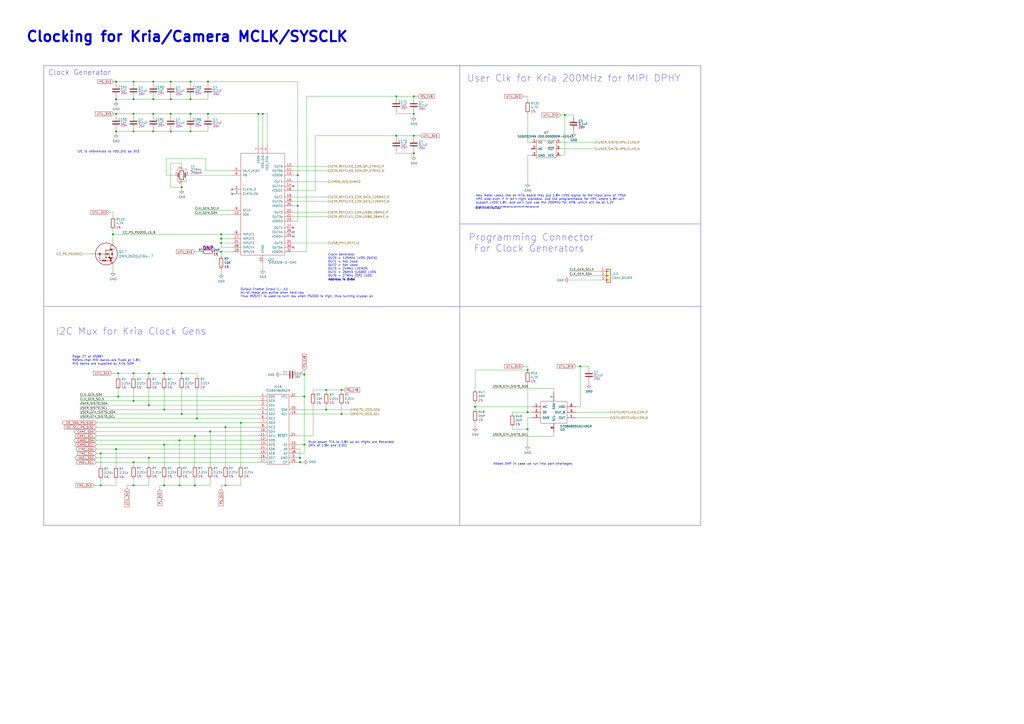
<source format=kicad_sch>
(kicad_sch (version 20230121) (generator eeschema)
  (paper "A2")
  (title_block (title "Top Sheet") (date "2023-12-21") (rev "1.00") (company "ApotheoTech LLC") (comment 1 "SCH: APT-KRIA-FMC") (comment 2 "Author: Chance Reimer"))
  (junction (at 77.47 66.04))
  (junction (at 240.03 55.88))
  (junction (at 67.31 47.371))
  (junction (at 198.12 226.187))
  (junction (at 128.27 138.43))
  (junction (at 240.03 88.9))
  (junction (at 306.07 248.92))
  (junction (at 67.31 260.477))
  (junction (at 105.41 108.585))
  (junction (at 99.06 66.04))
  (junction (at 67.31 66.04))
  (junction (at 130.81 247.777))
  (junction (at 77.47 232.537))
  (junction (at 336.55 212.471))
  (junction (at 86.36 216.535))
  (junction (at 58.42 263.017))
  (junction (at 128.27 140.97))
  (junction (at 86.36 265.557))
  (junction (at 229.87 55.88))
  (junction (at 95.25 237.617))
  (junction (at 104.14 255.397))
  (junction (at 77.47 216.535))
  (junction (at 149.86 66.04))
  (junction (at 95.25 281.559))
  (junction (at 172.72 101.6))
  (junction (at 77.47 281.559))
  (junction (at 68.58 229.997))
  (junction (at 99.06 47.371))
  (junction (at 77.47 47.371))
  (junction (at 110.49 57.531))
  (junction (at 189.23 226.187))
  (junction (at 99.06 76.2))
  (junction (at 172.72 119.38))
  (junction (at 105.41 216.535))
  (junction (at 176.53 257.937))
  (junction (at 104.14 281.559))
  (junction (at 77.47 268.097))
  (junction (at 121.92 250.317))
  (junction (at 152.4 66.04))
  (junction (at 68.58 216.535))
  (junction (at 67.31 57.531))
  (junction (at 58.42 281.559))
  (junction (at 139.7 245.237))
  (junction (at 173.99 268.097))
  (junction (at 110.49 76.2))
  (junction (at 113.03 252.857))
  (junction (at 120.65 66.04))
  (junction (at 128.27 146.05))
  (junction (at 173.99 265.557))
  (junction (at 110.49 47.371))
  (junction (at 67.31 76.2))
  (junction (at 88.9 47.371))
  (junction (at 114.3 242.697))
  (junction (at 306.07 214.63))
  (junction (at 306.07 239.141))
  (junction (at 120.65 47.371))
  (junction (at 88.9 76.2))
  (junction (at 65.532 135.89))
  (junction (at 128.27 135.89))
  (junction (at 327.66 66.675))
  (junction (at 240.03 78.74))
  (junction (at 275.59 235.966))
  (junction (at 99.06 57.531))
  (junction (at 95.25 216.535))
  (junction (at 95.25 257.937))
  (junction (at 77.47 57.531))
  (junction (at 198.12 240.157))
  (junction (at 110.49 66.04))
  (junction (at 189.23 237.617))
  (junction (at 113.03 281.559))
  (junction (at 229.87 78.74))
  (junction (at 176.53 229.997))
  (junction (at 88.9 57.531))
  (junction (at 176.53 217.297))
  (junction (at 130.81 281.559))
  (junction (at 88.9 66.04))
  (junction (at 77.47 76.2))
  (junction (at 240.03 66.04))
  (junction (at 86.36 235.077))
  (junction (at 105.41 240.157))
  (no_connect (at 134.62 109.855))
  (no_connect (at 170.18 134.62))
  (no_connect (at 308.61 86.36))
  (no_connect (at 170.18 143.51))
  (no_connect (at 170.18 137.16))
  (no_connect (at 170.18 132.08))
  (no_connect (at 170.18 107.95))
  (no_connect (at 134.62 112.395))
  (wire (pts (xy 176.53 217.297) (xy 176.53 229.997)))
  (polyline (pts (xy 266.7 304.8) (xy 266.7 38.1)))
  (wire (pts (xy 198.12 240.157) (xy 198.12 235.077)))
  (wire (pts (xy 334.01 242.316) (xy 354.33 242.316)))
  (wire (pts (xy 306.07 239.141) (xy 306.07 222.631)))
  (wire (pts (xy 173.99 265.557) (xy 173.99 268.097)))
  (wire (pts (xy 65.532 123.19) (xy 63.5 123.19)))
  (wire (pts (xy 73.66 281.559) (xy 73.66 283.21)))
  (wire (pts (xy 149.86 66.04) (xy 152.4 66.04)))
  (wire (pts (xy 229.87 80.01) (xy 229.87 78.74)))
  (wire (pts (xy 172.72 257.937) (xy 176.53 257.937)))
  (wire (pts (xy 243.84 78.74) (xy 240.03 78.74)))
  (wire (pts (xy 113.03 281.559) (xy 113.03 277.749)))
  (wire (pts (xy 172.72 119.38) (xy 172.72 128.27)))
  (wire (pts (xy 327.66 90.17) (xy 327.66 66.675)))
  (wire (pts (xy 99.06 66.04) (xy 110.49 66.04)))
  (wire (pts (xy 99.06 66.04) (xy 99.06 67.31)))
  (wire (pts (xy 67.31 76.2) (xy 77.47 76.2)))
  (wire (pts (xy 68.58 216.535) (xy 77.47 216.535)))
  (wire (pts (xy 308.61 242.316) (xy 306.07 242.316)))
  (wire (pts (xy 229.87 66.04) (xy 240.03 66.04)))
  (wire (pts (xy 95.25 281.559) (xy 104.14 281.559)))
  (wire (pts (xy 67.31 57.531) (xy 67.31 58.801)))
  (wire (pts (xy 120.65 47.371) (xy 120.65 48.641)))
  (wire (pts (xy 105.41 94.615) (xy 99.06 94.615)))
  (wire (pts (xy 229.87 55.88) (xy 229.87 57.15)))
  (wire (pts (xy 240.03 80.01) (xy 240.03 78.74)))
  (wire (pts (xy 170.18 140.97) (xy 190.5 140.97)))
  (wire (pts (xy 347.853 162.433) (xy 330.327 162.433)))
  (wire (pts (xy 134.62 146.05) (xy 128.27 146.05)))
  (wire (pts (xy 110.49 47.371) (xy 110.49 48.641)))
  (wire (pts (xy 177.8 55.88) (xy 229.87 55.88)))
  (wire (pts (xy 181.61 227.457) (xy 181.61 226.187)))
  (wire (pts (xy 99.06 108.585) (xy 105.41 108.585)))
  (wire (pts (xy 240.03 55.88) (xy 242.57 55.88)))
  (wire (pts (xy 86.36 216.535) (xy 86.36 218.567)))
  (wire (pts (xy 77.47 66.04) (xy 88.9 66.04)))
  (wire (pts (xy 176.53 263.017) (xy 176.53 257.937)))
  (wire (pts (xy 55.88 255.397) (xy 104.14 255.397)))
  (wire (pts (xy 86.36 216.535) (xy 95.25 216.535)))
  (wire (pts (xy 336.55 212.471) (xy 334.01 212.471)))
  (wire (pts (xy 95.25 216.535) (xy 95.25 218.567)))
  (wire (pts (xy 347.853 157.353) (xy 330.327 157.353)))
  (wire (pts (xy 297.18 239.141) (xy 297.18 240.03)))
  (wire (pts (xy 110.49 57.531) (xy 120.65 57.531)))
  (wire (pts (xy 86.36 270.129) (xy 86.36 265.557)))
  (wire (pts (xy 176.53 257.937) (xy 176.53 229.997)))
  (wire (pts (xy 306.07 58.42) (xy 306.07 55.88)))
  (wire (pts (xy 275.59 214.63) (xy 275.59 226.06)))
  (wire (pts (xy 105.41 240.157) (xy 149.86 240.157)))
  (wire (pts (xy 99.06 57.531) (xy 110.49 57.531)))
  (wire (pts (xy 172.72 229.997) (xy 176.53 229.997)))
  (wire (pts (xy 198.12 227.457) (xy 198.12 226.187)))
  (wire (pts (xy 99.06 47.371) (xy 110.49 47.371)))
  (polyline (pts (xy 406.4 38.1) (xy 406.4 304.8)))
  (wire (pts (xy 77.47 66.04) (xy 77.47 67.31)))
  (wire (pts (xy 172.72 260.477) (xy 173.99 260.477)))
  (wire (pts (xy 77.47 270.129) (xy 77.47 268.097)))
  (wire (pts (xy 176.53 214.757) (xy 176.53 217.297)))
  (wire (pts (xy 95.25 226.187) (xy 95.25 237.617)))
  (wire (pts (xy 139.7 245.237) (xy 139.7 270.129)))
  (wire (pts (xy 110.49 57.531) (xy 110.49 56.261)))
  (wire (pts (xy 65.532 123.19) (xy 65.532 125.73)))
  (wire (pts (xy 336.55 235.966) (xy 336.55 212.471)))
  (wire (pts (xy 325.12 86.36) (xy 345.44 86.36)))
  (wire (pts (xy 275.59 237.49) (xy 275.59 235.966)))
  (wire (pts (xy 95.25 270.129) (xy 95.25 257.937)))
  (wire (pts (xy 173.99 260.477) (xy 173.99 265.557)))
  (wire (pts (xy 172.72 268.097) (xy 173.99 268.097)))
  (wire (pts (xy 172.72 101.6) (xy 172.72 119.38)))
  (wire (pts (xy 240.03 66.04) (xy 240.03 67.437)))
  (wire (pts (xy 308.61 239.141) (xy 306.07 239.141)))
  (wire (pts (xy 170.18 125.73) (xy 190.5 125.73)))
  (wire (pts (xy 86.36 277.749) (xy 86.36 281.559)))
  (wire (pts (xy 134.62 138.43) (xy 128.27 138.43)))
  (wire (pts (xy 88.9 66.04) (xy 88.9 67.31)))
  (wire (pts (xy 130.81 247.777) (xy 149.86 247.777)))
  (wire (pts (xy 88.9 66.04) (xy 99.06 66.04)))
  (wire (pts (xy 104.14 281.559) (xy 113.03 281.559)))
  (polyline (pts (xy 25.4 304.8) (xy 406.4 304.8)))
  (wire (pts (xy 86.36 265.557) (xy 149.86 265.557)))
  (wire (pts (xy 198.12 240.157) (xy 203.2 240.157)))
  (wire (pts (xy 172.72 263.017) (xy 176.53 263.017)))
  (wire (pts (xy 113.03 252.857) (xy 149.86 252.857)))
  (wire (pts (xy 58.42 263.017) (xy 149.86 263.017)))
  (wire (pts (xy 88.9 47.371) (xy 99.06 47.371)))
  (wire (pts (xy 170.18 96.52) (xy 190.5 96.52)))
  (wire (pts (xy 128.27 156.21) (xy 128.27 158.75)))
  (wire (pts (xy 77.47 281.559) (xy 73.66 281.559)))
  (wire (pts (xy 170.18 101.6) (xy 172.72 101.6)))
  (wire (pts (xy 170.18 123.19) (xy 190.5 123.19)))
  (wire (pts (xy 65.532 154.94) (xy 65.532 157.48)))
  (wire (pts (xy 347.853 159.893) (xy 330.327 159.893)))
  (wire (pts (xy 134.62 121.92) (xy 113.03 121.92)))
  (wire (pts (xy 99.06 57.531) (xy 99.06 56.261)))
  (wire (pts (xy 67.31 270.51) (xy 67.31 260.477)))
  (wire (pts (xy 172.72 265.557) (xy 173.99 265.557)))
  (wire (pts (xy 306.07 82.55) (xy 306.07 66.04)))
  (wire (pts (xy 170.18 105.41) (xy 190.5 105.41)))
  (wire (pts (xy 110.49 76.2) (xy 120.65 76.2)))
  (wire (pts (xy 67.31 260.477) (xy 149.86 260.477)))
  (wire (pts (xy 130.81 270.129) (xy 130.81 247.777)))
  (wire (pts (xy 95.25 237.617) (xy 149.86 237.617)))
  (wire (pts (xy 181.61 226.187) (xy 189.23 226.187)))
  (wire (pts (xy 170.18 99.06) (xy 190.5 99.06)))
  (wire (pts (xy 172.72 128.27) (xy 170.18 128.27)))
  (wire (pts (xy 46.355 232.537) (xy 77.47 232.537)))
  (wire (pts (xy 170.18 114.3) (xy 190.5 114.3)))
  (wire (pts (xy 119.38 99.06) (xy 134.62 99.06)))
  (wire (pts (xy 128.27 138.43) (xy 128.27 135.89)))
  (wire (pts (xy 229.87 55.88) (xy 240.03 55.88)))
  (wire (pts (xy 114.3 216.535) (xy 114.3 218.44)))
  (wire (pts (xy 240.03 88.9) (xy 240.03 90.297)))
  (wire (pts (xy 67.31 56.261) (xy 67.31 57.531)))
  (wire (pts (xy 128.27 146.05) (xy 128.27 148.59)))
  (wire (pts (xy 128.27 140.97) (xy 128.27 143.51)))
  (wire (pts (xy 88.9 47.371) (xy 88.9 48.641)))
  (wire (pts (xy 121.92 250.317) (xy 121.92 270.129)))
  (wire (pts (xy 306.07 212.471) (xy 303.53 212.471)))
  (wire (pts (xy 55.88 247.777) (xy 130.81 247.777)))
  (wire (pts (xy 182.88 110.49) (xy 170.18 110.49)))
  (wire (pts (xy 121.92 281.559) (xy 121.92 277.749)))
  (wire (pts (xy 114.3 226.06) (xy 114.3 242.697)))
  (wire (pts (xy 182.88 78.74) (xy 182.88 110.49)))
  (wire (pts (xy 128.27 138.43) (xy 128.27 140.97)))
  (wire (pts (xy 128.27 281.559) (xy 128.27 284.099)))
  (wire (pts (xy 119.38 92.075) (xy 96.52 92.075)))
  (wire (pts (xy 325.12 82.55) (xy 345.44 82.55)))
  (wire (pts (xy 55.88 257.937) (xy 95.25 257.937)))
  (wire (pts (xy 95.25 257.937) (xy 149.86 257.937)))
  (wire (pts (xy 170.18 146.05) (xy 177.8 146.05)))
  (wire (pts (xy 120.65 66.04) (xy 120.65 67.31)))
  (wire (pts (xy 58.42 281.559) (xy 67.31 281.559)))
  (wire (pts (xy 285.75 253.111) (xy 321.31 253.111)))
  (wire (pts (xy 104.14 281.559) (xy 104.14 277.749)))
  (wire (pts (xy 86.36 226.187) (xy 86.36 235.077)))
  (wire (pts (xy 88.9 76.2) (xy 88.9 74.93)))
  (wire (pts (xy 58.42 270.51) (xy 58.42 263.017)))
  (wire (pts (xy 172.72 47.371) (xy 172.72 101.6)))
  (wire (pts (xy 120.65 76.2) (xy 120.65 74.93)))
  (wire (pts (xy 130.81 281.559) (xy 128.27 281.559)))
  (wire (pts (xy 181.61 235.077) (xy 181.61 252.857)))
  (wire (pts (xy 113.03 281.559) (xy 121.92 281.559)))
  (wire (pts (xy 154.94 66.04) (xy 152.4 66.04)))
  (wire (pts (xy 67.31 57.531) (xy 77.47 57.531)))
  (wire (pts (xy 65.532 135.89) (xy 65.532 139.7)))
  (wire (pts (xy 240.03 66.04) (xy 240.03 64.77)))
  (wire (pts (xy 99.06 47.371) (xy 99.06 48.641)))
  (wire (pts (xy 116.84 146.05) (xy 113.03 146.05)))
  (wire (pts (xy 306.07 55.88) (xy 303.53 55.88)))
  (wire (pts (xy 165.1 217.297) (xy 162.56 217.297)))
  (wire (pts (xy 46.355 229.997) (xy 68.58 229.997)))
  (wire (pts (xy 149.86 83.82) (xy 149.86 66.04)))
  (wire (pts (xy 130.81 281.559) (xy 130.81 277.749)))
  (wire (pts (xy 55.88 252.857) (xy 113.03 252.857)))
  (wire (pts (xy 66.04 47.371) (xy 67.31 47.371)))
  (wire (pts (xy 65.532 135.89) (xy 128.27 135.89)))
  (wire (pts (xy 77.47 76.2) (xy 77.47 74.93)))
  (wire (pts (xy 54.61 281.559) (xy 58.42 281.559)))
  (wire (pts (xy 67.31 67.31) (xy 67.31 66.04)))
  (wire (pts (xy 68.58 218.567) (xy 68.58 216.535)))
  (wire (pts (xy 130.81 281.559) (xy 139.7 281.559)))
  (wire (pts (xy 55.88 245.237) (xy 139.7 245.237)))
  (wire (pts (xy 321.31 227.711) (xy 321.31 225.171)))
  (wire (pts (xy 306.07 239.141) (xy 297.18 239.141)))
  (wire (pts (xy 114.3 242.697) (xy 149.86 242.697)))
  (wire (pts (xy 177.8 55.88) (xy 177.8 146.05)))
  (wire (pts (xy 306.07 214.63) (xy 306.07 212.471)))
  (wire (pts (xy 67.31 76.2) (xy 67.31 77.47)))
  (wire (pts (xy 336.55 212.471) (xy 341.63 212.471)))
  (wire (pts (xy 308.61 82.55) (xy 306.07 82.55)))
  (wire (pts (xy 55.88 250.317) (xy 121.92 250.317)))
  (wire (pts (xy 325.12 90.17) (xy 327.66 90.17)))
  (wire (pts (xy 110.49 47.371) (xy 120.65 47.371)))
  (wire (pts (xy 327.66 66.675) (xy 332.74 66.675)))
  (wire (pts (xy 172.72 252.857) (xy 181.61 252.857)))
  (wire (pts (xy 152.4 83.82) (xy 152.4 66.04)))
  (wire (pts (xy 306.07 215.011) (xy 306.07 214.63)))
  (wire (pts (xy 99.06 76.2) (xy 99.06 74.93)))
  (wire (pts (xy 95.25 216.535) (xy 105.41 216.535)))
  (wire (pts (xy 128.27 135.89) (xy 134.62 135.89)))
  (wire (pts (xy 95.25 281.559) (xy 95.25 277.749)))
  (wire (pts (xy 121.92 250.317) (xy 149.86 250.317)))
  (wire (pts (xy 327.66 66.675) (xy 325.12 66.675)))
  (wire (pts (xy 68.58 226.187) (xy 68.58 229.997)))
  (polyline (pts (xy 25.4 38.1) (xy 406.4 38.1)))
  (wire (pts (xy 297.18 248.92) (xy 306.07 248.92)))
  (wire (pts (xy 334.01 239.141) (xy 354.33 239.141)))
  (wire (pts (xy 64.897 216.535) (xy 68.58 216.535)))
  (wire (pts (xy 99.06 76.2) (xy 110.49 76.2)))
  (wire (pts (xy 334.01 235.966) (xy 336.55 235.966)))
  (wire (pts (xy 240.03 88.9) (xy 240.03 87.63)))
  (wire (pts (xy 229.87 66.04) (xy 229.87 64.77)))
  (wire (pts (xy 46.355 237.617) (xy 95.25 237.617)))
  (wire (pts (xy 172.72 240.157) (xy 198.12 240.157)))
  (wire (pts (xy 170.18 119.38) (xy 172.72 119.38)))
  (wire (pts (xy 88.9 57.531) (xy 99.06 57.531)))
  (wire (pts (xy 297.18 247.65) (xy 297.18 248.92)))
  (wire (pts (xy 321.31 250.571) (xy 321.31 253.111)))
  (wire (pts (xy 46.355 240.157) (xy 105.41 240.157)))
  (wire (pts (xy 189.23 226.187) (xy 198.12 226.187)))
  (wire (pts (xy 240.03 55.88) (xy 240.03 57.15)))
  (wire (pts (xy 198.12 226.187) (xy 199.39 226.187)))
  (wire (pts (xy 229.87 78.74) (xy 182.88 78.74)))
  (wire (pts (xy 229.87 88.9) (xy 229.87 87.63)))
  (wire (pts (xy 77.47 216.535) (xy 77.47 218.567)))
  (wire (pts (xy 306.07 214.63) (xy 275.59 214.63)))
  (wire (pts (xy 113.03 270.129) (xy 113.03 252.857)))
  (wire (pts (xy 172.72 217.297) (xy 176.53 217.297)))
  (wire (pts (xy 55.88 263.017) (xy 58.42 263.017)))
  (wire (pts (xy 67.31 66.04) (xy 77.47 66.04)))
  (wire (pts (xy 306.07 248.92) (xy 306.07 258.191)))
  (wire (pts (xy 77.47 47.371) (xy 77.47 48.641)))
  (wire (pts (xy 105.41 226.06) (xy 105.41 240.157)))
  (wire (pts (xy 139.7 281.559) (xy 139.7 277.749)))
  (wire (pts (xy 120.65 47.371) (xy 172.72 47.371)))
  (wire (pts (xy 110.49 76.2) (xy 110.49 74.93)))
  (wire (pts (xy 77.47 277.749) (xy 77.47 281.559)))
  (wire (pts (xy 275.59 235.966) (xy 275.59 233.68)))
  (wire (pts (xy 189.23 227.457) (xy 189.23 226.187)))
  (wire (pts (xy 92.71 281.559) (xy 92.71 284.226)))
  (wire (pts (xy 65.532 135.89) (xy 65.532 133.35)))
  (polyline (pts (xy 266.573 129.921) (xy 406.4 129.921)))
  (wire (pts (xy 77.47 232.537) (xy 149.86 232.537)))
  (wire (pts (xy 68.58 229.997) (xy 149.86 229.997)))
  (wire (pts (xy 67.31 66.04) (xy 66.04 66.04)))
  (wire (pts (xy 120.65 66.04) (xy 149.86 66.04)))
  (wire (pts (xy 77.47 76.2) (xy 88.9 76.2)))
  (wire (pts (xy 152.4 153.035) (xy 152.4 156.21)))
  (wire (pts (xy 128.27 143.51) (xy 134.62 143.51)))
  (wire (pts (xy 134.62 140.97) (xy 128.27 140.97)))
  (wire (pts (xy 99.06 94.615) (xy 99.06 108.585)))
  (wire (pts (xy 154.94 83.82) (xy 154.94 66.04)))
  (wire (pts (xy 47.752 147.32) (xy 52.832 147.32)))
  (wire (pts (xy 96.52 101.6) (xy 101.6 101.6)))
  (wire (pts (xy 139.7 245.237) (xy 149.86 245.237)))
  (wire (pts (xy 67.31 278.13) (xy 67.31 281.559)))
  (wire (pts (xy 119.38 92.075) (xy 119.38 99.06)))
  (wire (pts (xy 77.47 57.531) (xy 88.9 57.531)))
  (polyline (pts (xy 25.4 177.8) (xy 406.4 177.8)))
  (wire (pts (xy 109.22 101.6) (xy 134.62 101.6)))
  (wire (pts (xy 306.07 242.316) (xy 306.07 248.92)))
  (wire (pts (xy 86.36 281.559) (xy 77.47 281.559)))
  (wire (pts (xy 308.61 90.17) (xy 306.07 90.17)))
  (wire (pts (xy 105.41 216.535) (xy 114.3 216.535)))
  (wire (pts (xy 332.74 75.565) (xy 332.74 76.835)))
  (wire (pts (xy 189.23 237.617) (xy 189.23 235.077)))
  (wire (pts (xy 173.99 268.097) (xy 175.895 268.097)))
  (wire (pts (xy 67.31 74.93) (xy 67.31 76.2)))
  (wire (pts (xy 67.31 48.641) (xy 67.31 47.371)))
  (wire (pts (xy 55.88 265.557) (xy 86.36 265.557)))
  (wire (pts (xy 55.88 268.097) (xy 77.47 268.097)))
  (wire (pts (xy 110.49 66.04) (xy 110.49 67.31)))
  (wire (pts (xy 77.47 47.371) (xy 88.9 47.371)))
  (wire (pts (xy 120.65 57.531) (xy 120.65 56.261)))
  (wire (pts (xy 229.87 88.9) (xy 240.03 88.9)))
  (wire (pts (xy 104.14 255.397) (xy 149.86 255.397)))
  (wire (pts (xy 104.14 270.129) (xy 104.14 255.397)))
  (wire (pts (xy 77.47 216.535) (xy 86.36 216.535)))
  (wire (pts (xy 55.88 260.477) (xy 67.31 260.477)))
  (wire (pts (xy 46.355 235.077) (xy 86.36 235.077)))
  (polyline (pts (xy 25.4 38.1) (xy 25.4 304.8)))
  (wire (pts (xy 46.355 242.697) (xy 114.3 242.697)))
  (wire (pts (xy 275.59 235.966) (xy 308.61 235.966)))
  (wire (pts (xy 86.36 235.077) (xy 149.86 235.077)))
  (wire (pts (xy 170.18 116.84) (xy 190.5 116.84)))
  (wire (pts (xy 105.41 108.585) (xy 105.41 106.68)))
  (wire (pts (xy 77.47 226.187) (xy 77.47 232.537)))
  (wire (pts (xy 240.03 78.74) (xy 229.87 78.74)))
  (wire (pts (xy 128.27 146.05) (xy 124.46 146.05)))
  (wire (pts (xy 67.31 47.371) (xy 77.47 47.371)))
  (wire (pts (xy 172.72 237.617) (xy 189.23 237.617)))
  (wire (pts (xy 58.42 278.13) (xy 58.42 281.559)))
  (wire (pts (xy 306.07 90.17) (xy 306.07 106.045)))
  (wire (pts (xy 95.25 281.559) (xy 92.71 281.559)))
  (wire (pts (xy 77.47 57.531) (xy 77.47 56.261)))
  (wire (pts (xy 105.41 109.855) (xy 105.41 108.585)))
  (wire (pts (xy 96.52 92.075) (xy 96.52 101.6)))
  (wire (pts (xy 77.47 268.097) (xy 149.86 268.097)))
  (wire (pts (xy 88.9 76.2) (xy 99.06 76.2)))
  (wire (pts (xy 275.59 245.11) (xy 275.59 247.65)))
  (wire (pts (xy 341.63 212.471) (xy 341.63 213.741)))
  (wire (pts (xy 105.41 96.52) (xy 105.41 94.615)))
  (wire (pts (xy 88.9 57.531) (xy 88.9 56.261)))
  (wire (pts (xy 285.75 225.171) (xy 321.31 225.171)))
  (wire (pts (xy 105.41 216.535) (xy 105.41 218.44)))
  (wire (pts (xy 110.49 66.04) (xy 120.65 66.04)))
  (wire (pts (xy 341.63 221.361) (xy 341.63 222.631)))
  (wire (pts (xy 189.23 237.617) (xy 203.2 237.617)))
  (wire (pts (xy 332.74 66.675) (xy 332.74 67.945)))
  (wire (pts (xy 134.62 124.46) (xy 113.03 124.46)))
  (text "Clock Generator" (at 27.94 43.942 0) (effects (font (size 2.9972 2.9972)) (justify left bottom)))
  (text "Old_Note: So we can't use LVDS to 1V2 VCCO bank (i.e. bank B for MIPI, VCCO must be 1.2V)\nUse SSTL_1V2 (which is above setup)" (at 275.717 121.285 0) (effects (font (size 0.508 0.508)) (justify left bottom)))
  (text "Programming Connector\n For Clock Generators" (at 271.78 146.558 0) (effects (font (size 3.9878 3.9878)) (justify left bottom)))
  (text "I2C is referenced to VDD_DIG so 3V3" (at 44.831 88.773 0) (effects (font (size 1.27 1.27)) (justify left bottom)))
  (text "Output Enable (Input 1- 4):\nAll of these are active when held low\nThus MOSFET is used to turn low when PGOOD is high, thus turning crystal on" (at 139.446 172.72 0) (effects (font (size 1.27 1.27)) (justify left bottom)))
  (text "I2C Mux for Kria Clock Gens" (at 32.385 194.691 0) (effects (font (size 3.9878 3.9878)) (justify left bottom)))
  (text "Address is 0x6A" (at 190.246 162.941 0) (effects (font (size 1.27 1.27) (thickness 0.254) bold) (justify left bottom)))
  (text "New Note: Looks like on Kria board they put 1.8V LVDS signal to the input pins of FPGA\nHPC side even if it isn't right standard. Use the programmable for HPC where 1.8V will \nsupport LVDS 1.8V, and we'll just use the 200MHz for HPB, which will be at 1.2V" (at 275.971 118.364 0) (effects (font (size 1.27 1.27)) (justify left bottom)))
  (text "Must power TCA to 1.8V so all Highs are Recorded\n(Mix of 1.8V and 3.3V)" (at 178.816 259.334 0) (effects (font (size 1.27 1.27)) (justify left bottom)))
  (text "Page 27 of DS987\nRefers that MIO banks are fixed at 1.8V,\nMIO banks are supplied by Kria SOM" (at 41.91 211.836 0) (effects (font (size 1.27 1.27)) (justify left bottom)))
  (text "Clocking for Kria/Camera MCLK/SYSCLK" (at 14.859 24.892 0) (effects (font (size 5.9944 5.9944) (thickness 1.1989) bold) (justify left bottom)))
  (text "Added DNP in case we run into part shortages" (at 286.131 269.875 0) (effects (font (size 1.27 1.27)) (justify left bottom)))
  (text "User Clk for Kria 200MHz for MIPI DPHY" (at 270.891 47.879 0) (effects (font (size 3.9878 3.9878)) (justify left bottom)))
  (text "Clock Generator\nOUT0 = 125MHz LVDS (SATA)\nOUT1 = Not Used\nOUT2 = Not Used\nOUT3 = 24MHz LVCMOS\nOUT4 = 26MHz (USB0) LVDS\nOUT5 = 27MHz (DP) LVDS" (at 190.246 160.782 0) (effects (font (size 1.27 1.27)) (justify left bottom)))
  (label "USER_GTH_SI570_SCL" (at 46.355 242.697 0))
  (label "USER_SI570_SDA" (at 46.355 235.077 0))
  (label "USER_GTH_SI570_SCL" (at 285.75 253.111 0))
  (label "CLK_GEN_SDA" (at 330.327 159.893 0))
  (label "CLK_GEN_SDA" (at 113.03 124.46 0))
  (label "USER_GTH_SI570_SDA" (at 285.75 225.171 0))
  (label "CLK_GEN_SDA" (at 46.355 229.997 0))
  (label "USER_GTH_SI570_SDA" (at 46.355 240.157 0))
  (label "CLK_GEN_SCLK" (at 330.327 157.353 0))
  (label "CLK_GEN_SCLK" (at 46.355 232.537 0))
  (label "USER_SI570_SCL" (at 46.355 237.617 0))
  (label "CC_PS_PGOOD_LS_B" (at 71.12 135.89 0))
  (label "CLK_GEN_SCLK" (at 113.03 121.92 0))
  (global_label "PS_1V8" (shape input) (at 199.39 226.187 0) (property "Intersheetrefs" "${INTERSHEET_REFS}" (effects hide)))
  (global_label "CAM1_SCL" (shape input) (at 55.88 252.857 180) (property "Intersheetrefs" "${INTERSHEET_REFS}" (effects hide)))
  (global_label "PS_3V3" (shape input) (at 66.04 47.371 180) (property "Intersheetrefs" "${INTERSHEET_REFS}" (effects hide)))
  (global_label "UTIL_3V3" (shape input) (at 325.12 66.675 180) (property "Intersheetrefs" "${INTERSHEET_REFS}" (effects hide)))
  (global_label "I2C_SDA_PS_SIDE" (shape bidirectional) (at 55.88 245.237 180) (property "Intersheetrefs" "${INTERSHEET_REFS}" (effects hide)))
  (global_label "UTIL_3V3" (shape input) (at 66.04 66.04 180) (property "Intersheetrefs" "${INTERSHEET_REFS}" (effects hide)))
  (global_label "CAM1_SDA" (shape bidirectional) (at 55.88 250.317 180) (property "Intersheetrefs" "${INTERSHEET_REFS}" (effects hide)))
  (global_label "UTIL_3V3" (shape input) (at 64.897 216.535 180) (property "Intersheetrefs" "${INTERSHEET_REFS}" (effects hide)))
  (global_label "UTIL_3V3" (shape input) (at 303.53 55.88 180) (property "Intersheetrefs" "${INTERSHEET_REFS}" (effects hide)))
  (global_label "UTIL_3V3" (shape input) (at 303.53 212.471 180) (property "Intersheetrefs" "${INTERSHEET_REFS}" (effects hide)))
  (global_label "I2C_SCL_PS_SIDE" (shape input) (at 55.88 247.777 180) (property "Intersheetrefs" "${INTERSHEET_REFS}" (effects hide)))
  (global_label "UTIL_3V3" (shape input) (at 334.01 212.471 180) (property "Intersheetrefs" "${INTERSHEET_REFS}" (effects hide)))
  (global_label "PS_1V8" (shape input) (at 242.57 55.88 0) (property "Intersheetrefs" "${INTERSHEET_REFS}" (effects hide)))
  (global_label "UTIL_3V3" (shape input) (at 73.66 283.21 270) (property "Intersheetrefs" "${INTERSHEET_REFS}" (effects hide)))
  (global_label "PL_3V3" (shape input) (at 92.71 284.226 270) (property "Intersheetrefs" "${INTERSHEET_REFS}" (effects hide)))
  (global_label "CAM0_SDA" (shape bidirectional) (at 55.88 255.397 180) (property "Intersheetrefs" "${INTERSHEET_REFS}" (effects hide)))
  (global_label "FMC_3V3" (shape input) (at 54.61 281.559 180) (property "Intersheetrefs" "${INTERSHEET_REFS}" (effects hide)))
  (global_label "FMC_SDA" (shape bidirectional) (at 55.88 260.477 180) (property "Intersheetrefs" "${INTERSHEET_REFS}" (effects hide)))
  (global_label "VADJ_SCL" (shape input) (at 55.88 268.097 180) (property "Intersheetrefs" "${INTERSHEET_REFS}" (effects hide)))
  (global_label "VADJ_SDA" (shape bidirectional) (at 55.88 265.557 180) (property "Intersheetrefs" "${INTERSHEET_REFS}" (effects hide)))
  (global_label "CAM0_SCL" (shape input) (at 55.88 257.937 180) (property "Intersheetrefs" "${INTERSHEET_REFS}" (effects hide)))
  (global_label "FMC_SCL" (shape input) (at 55.88 263.017 180) (property "Intersheetrefs" "${INTERSHEET_REFS}" (effects hide)))
  (global_label "UTIL_3V3" (shape input) (at 243.84 78.74 0) (property "Intersheetrefs" "${INTERSHEET_REFS}" (effects hide)))
  (global_label "UTIL_3V3" (shape input) (at 63.5 123.19 180) (property "Intersheetrefs" "${INTERSHEET_REFS}" (effects hide)))
  (global_label "PS_1V8" (shape input) (at 176.53 214.757 90) (property "Intersheetrefs" "${INTERSHEET_REFS}" (effects hide)))
  (global_label "PS_3V3" (shape input) (at 128.27 284.099 270) (property "Intersheetrefs" "${INTERSHEET_REFS}" (effects hide)))
  (global_label "UTIL_3V3" (shape input) (at 113.03 146.05 180) (property "Intersheetrefs" "${INTERSHEET_REFS}" (effects hide)))
  (hierarchical_label "USER_SI570_HPA_CLK0_N" (shape output) (at 345.44 86.36 0))
  (hierarchical_label "GTR_REFCLK0_C2M_DP_27MHZ_N" (shape output) (at 190.5 99.06 0))
  (hierarchical_label "GTH_REFCLK0_C2M_N" (shape output) (at 354.33 242.316 0))
  (hierarchical_label "GTR_REFCLK0_C2M_DP_27MHZ_P" (shape output) (at 190.5 96.52 0))
  (hierarchical_label "USER_SI570_HPA_CLK0_P" (shape output) (at 345.44 82.55 0))
  (hierarchical_label "GTR_REFCLK3_C2M_SATA_125MHZ_P" (shape output) (at 190.5 114.3 0))
  (hierarchical_label "MIO75_I2C0_SDA" (shape bidirectional) (at 203.2 237.617 0))
  (hierarchical_label "MIO74_I2C0_SCL" (shape input) (at 203.2 240.157 0))
  (hierarchical_label "GTR_REFCLK1_C2M_USB0_26MHZ_P" (shape output) (at 190.5 123.19 0))
  (hierarchical_label "GTH_REFCLK0_C2M_P" (shape output) (at 354.33 239.141 0))
  (hierarchical_label "CC_PS_PGOOD" (shape input) (at 47.752 147.32 180))
  (hierarchical_label "USB_PHY_REFCLK" (shape output) (at 190.5 140.97 0))
  (hierarchical_label "GTR_REFCLK1_C2M_USB0_26MHZ_N" (shape output) (at 190.5 125.73 0))
  (hierarchical_label "GTR_REFCLK3_C2M_SATA_125MHZ_N" (shape output) (at 190.5 116.84 0))
  (hierarchical_label "CMOS_3V3_54MHZ" (shape output) (at 190.5 105.41 0))
  (symbol (lib_id "ApotheoTech:SI5332B-D-GM1") (at 152.4 114.3 0) (unit 1)
    (property "Reference" "U21" (at 157.099 150.622 0))
    (property "Value" "SI5332B-D-GM1" (at 163.957 152.273 0))
    (property "Footprint" "ApotheoTech_CXP_Lib:SI5332B-D-GM1" (effects hide))
  )
  (symbol (lib_id "Device:C") (at 99.06 71.12 180) (unit 1)
    (property "Reference" "C?" (at 103.124 69.596 0))
    (property "Value" "0.1uF" (at 104.648 71.247 0))
    (property "Footprint" "Capacitor_SMD:C_0402_1005Metric" (effects hide))
    (property "PartNumber" "TMK105BJ104KVHF" (effects hide))
    (property "Tolerance" "+-10%" (effects hide))
    (property "Voltage" "25V" (at 103.759 73.152 0))
    (property "Temp_Val" "X5R" (effects hide))
    (property "URL" "https://www.digikey.com/en/products/detail/TMK105BJ104KVHF/587-3808-1-ND/4811278?itemSeq=375666509" (effects hide))
    (instances (project "APT-KRIA-FMC" (path "" (reference "C?") (unit 1)) (path "" (reference "C163") (unit 1)) (path "" (reference "C?") (unit 1))))
  )
  (symbol (lib_id "Device:C") (at 120.65 71.12 180) (unit 1)
    (property "Reference" "C?" (at 124.714 69.596 0))
    (property "Value" "0.1uF" (at 126.238 71.247 0))
    (property "Footprint" "Capacitor_SMD:C_0402_1005Metric" (effects hide))
    (property "PartNumber" "TMK105BJ104KVHF" (effects hide))
    (property "Tolerance" "+-10%" (effects hide))
    (property "Voltage" "25V" (at 125.349 73.152 0))
    (property "Temp_Val" "X5R" (effects hide))
    (property "URL" "https://www.digikey.com/en/products/detail/TMK105BJ104KVHF/587-3808-1-ND/4811278?itemSeq=375666509" (effects hide))
    (instances (project "APT-KRIA-FMC" (path "" (reference "C?") (unit 1)) (path "" (reference "C169") (unit 1)) (path "" (reference "C?") (unit 1))))
  )
  (symbol (lib_id "Device:C") (at 77.47 71.12 180) (unit 1)
    (property "Reference" "C?" (at 81.534 69.596 0))
    (property "Value" "0.1uF" (at 83.058 71.247 0))
    (property "Footprint" "Capacitor_SMD:C_0402_1005Metric" (effects hide))
    (property "PartNumber" "TMK105BJ104KVHF" (effects hide))
    (property "Tolerance" "+-10%" (effects hide))
    (property "Voltage" "25V" (at 82.169 73.152 0))
    (property "Temp_Val" "X5R" (effects hide))
    (property "URL" "https://www.digikey.com/en/products/detail/TMK105BJ104KVHF/587-3808-1-ND/4811278?itemSeq=375666509" (effects hide))
    (instances (project "APT-KRIA-FMC" (path "" (reference "C?") (unit 1)) (path "" (reference "C158") (unit 1)) (path "" (reference "C?") (unit 1))))
  )
  (symbol (lib_id "Device:C") (at 110.49 71.12 180) (unit 1)
    (property "Reference" "C166" (at 114.3 69.215 0))
    (property "Value" "1uF" (at 114.935 70.866 0))
    (property "Footprint" "Capacitor_SMD:C_0402_1005Metric" (effects hide))
    (property "PartNumber" "C1005X5R1E105K050BE‎ " (effects hide))
    (property "Tolerance" "+-10%" (effects hide))
    (property "Voltage" "25V" (at 115.062 72.644 0))
    (property "Temp_Val" "X5R" (effects hide))
    (property "URL" "https://www.digikey.com/en/products/detail/C1005X5R1E105K050BE/445-175215-1-ND/7907779?itemSeq=374777296" (effects hide))
    (property "Alt" "N/A" (effects hide))
  )
  (symbol (lib_id "power:GND") (at 67.31 77.47 0) (unit 1)
    (property "Reference" "#PWR0179" (effects hide))
    (property "Value" "GND" (at 67.437 81.8642 0))
  )
  (symbol (lib_id "Device:C") (at 99.06 52.451 180) (unit 1)
    (property "Reference" "C?" (at 103.124 50.927 0))
    (property "Value" "0.1uF" (at 104.648 52.578 0))
    (property "Footprint" "Capacitor_SMD:C_0402_1005Metric" (effects hide))
    (property "PartNumber" "TMK105BJ104KVHF" (effects hide))
    (property "Tolerance" "+-10%" (effects hide))
    (property "Voltage" "25V" (at 103.759 54.483 0))
    (property "Temp_Val" "X5R" (effects hide))
    (property "URL" "https://www.digikey.com/en/products/detail/TMK105BJ104KVHF/587-3808-1-ND/4811278?itemSeq=375666509" (effects hide))
    (instances (project "APT-KRIA-FMC" (path "" (reference "C?") (unit 1)) (path "" (reference "C162") (unit 1)) (path "" (reference "C?") (unit 1))))
  )
  (symbol (lib_id "Device:C") (at 120.65 52.451 180) (unit 1)
    (property "Reference" "C?" (at 124.714 50.927 0))
    (property "Value" "0.1uF" (at 126.238 52.578 0))
    (property "Footprint" "Capacitor_SMD:C_0402_1005Metric" (effects hide))
    (property "PartNumber" "TMK105BJ104KVHF" (effects hide))
    (property "Tolerance" "+-10%" (effects hide))
    (property "Voltage" "25V" (at 125.349 54.483 0))
    (property "Temp_Val" "X5R" (effects hide))
    (property "URL" "https://www.digikey.com/en/products/detail/TMK105BJ104KVHF/587-3808-1-ND/4811278?itemSeq=375666509" (effects hide))
    (instances (project "APT-KRIA-FMC" (path "" (reference "C?") (unit 1)) (path "" (reference "C168") (unit 1)) (path "" (reference "C?") (unit 1))))
  )
  (symbol (lib_id "Device:C") (at 77.47 52.451 180) (unit 1)
    (property "Reference" "C?" (at 81.534 50.927 0))
    (property "Value" "0.1uF" (at 83.058 52.578 0))
    (property "Footprint" "Capacitor_SMD:C_0402_1005Metric" (effects hide))
    (property "PartNumber" "TMK105BJ104KVHF" (effects hide))
    (property "Tolerance" "+-10%" (effects hide))
    (property "Voltage" "25V" (at 82.169 54.483 0))
    (property "Temp_Val" "X5R" (effects hide))
    (property "URL" "https://www.digikey.com/en/products/detail/TMK105BJ104KVHF/587-3808-1-ND/4811278?itemSeq=375666509" (effects hide))
    (instances (project "APT-KRIA-FMC" (path "" (reference "C?") (unit 1)) (path "" (reference "C157") (unit 1)) (path "" (reference "C?") (unit 1))))
  )
  (symbol (lib_id "power:GND") (at 67.31 58.801 0) (unit 1)
    (property "Reference" "#PWR0178" (effects hide))
    (property "Value" "GND" (at 67.437 63.1952 0))
  )
  (symbol (lib_id "Device:C") (at 240.03 83.82 180) (unit 1)
    (property "Reference" "C?" (at 244.094 82.296 0))
    (property "Value" "0.1uF" (at 245.618 83.947 0))
    (property "Footprint" "Capacitor_SMD:C_0402_1005Metric" (effects hide))
    (property "PartNumber" "TMK105BJ104KVHF" (effects hide))
    (property "Tolerance" "+-10%" (effects hide))
    (property "Voltage" "25V" (at 244.729 85.852 0))
    (property "Temp_Val" "X5R" (effects hide))
    (property "URL" "https://www.digikey.com/en/products/detail/TMK105BJ104KVHF/587-3808-1-ND/4811278?itemSeq=375666509" (effects hide))
    (instances (project "APT-KRIA-FMC" (path "" (reference "C?") (unit 1)) (path "" (reference "C174") (unit 1)) (path "" (reference "C?") (unit 1))))
  )
  (symbol (lib_id "power:GND") (at 152.4 156.21 0) (unit 1)
    (property "Reference" "#PWR0187" (effects hide))
    (property "Value" "GND" (at 152.527 160.6042 0))
  )
  (symbol (lib_id "ApotheoTech:DMN26D0UFB4-7") (at 52.832 147.32 0) (unit 1)
    (property "Reference" "Q17" (at 68.834 145.9738 0) (effects (font (size 1.524 1.524)) (justify left)))
    (property "Value" "DMN26D0UFB4-7" (at 68.834 148.6662 0) (effects (font (size 1.524 1.524)) (justify left)))
    (property "Footprint" "ApotheoTech_CXP_Lib:DMN26D0UFB4-7" (effects hide))
    (instances (project "APT-KRIA-FMC" (path "" (reference "Q17") (unit 1)) (path "" (reference "Q?") (unit 1))))
  )
  (symbol (lib_id "power:GND") (at 65.532 157.48 0) (unit 1)
    (property "Reference" "#PWR0177" (effects hide))
    (property "Value" "GND" (at 65.659 161.8742 0))
  )
  (symbol (lib_id "Device:C") (at 88.9 71.12 180) (unit 1)
    (property "Reference" "C161" (at 92.71 69.215 0))
    (property "Value" "1uF" (at 93.345 70.866 0))
    (property "Footprint" "Capacitor_SMD:C_0402_1005Metric" (effects hide))
    (property "PartNumber" "C1005X5R1E105K050BE‎ " (effects hide))
    (property "Tolerance" "+-10%" (effects hide))
    (property "Voltage" "25V" (at 93.472 72.644 0))
    (property "Temp_Val" "X5R" (effects hide))
    (property "URL" "https://www.digikey.com/en/products/detail/C1005X5R1E105K050BE/445-175215-1-ND/7907779?itemSeq=374777296" (effects hide))
    (property "Alt" "N/A" (effects hide))
  )
  (symbol (lib_id "Device:C") (at 67.31 71.12 180) (unit 1)
    (property "Reference" "C155" (at 71.12 69.215 0))
    (property "Value" "1uF" (at 71.755 70.866 0))
    (property "Footprint" "Capacitor_SMD:C_0402_1005Metric" (effects hide))
    (property "PartNumber" "C1005X5R1E105K050BE‎ " (effects hide))
    (property "Tolerance" "+-10%" (effects hide))
    (property "Voltage" "25V" (at 71.882 72.644 0))
    (property "Temp_Val" "X5R" (effects hide))
    (property "URL" "https://www.digikey.com/en/products/detail/C1005X5R1E105K050BE/445-175215-1-ND/7907779?itemSeq=374777296" (effects hide))
    (property "Alt" "N/A" (effects hide))
  )
  (symbol (lib_id "Device:C") (at 67.31 52.451 180) (unit 1)
    (property "Reference" "C154" (at 71.12 50.546 0))
    (property "Value" "1uF" (at 71.755 52.197 0))
    (property "Footprint" "Capacitor_SMD:C_0402_1005Metric" (effects hide))
    (property "PartNumber" "C1005X5R1E105K050BE‎ " (effects hide))
    (property "Tolerance" "+-10%" (effects hide))
    (property "Voltage" "25V" (at 71.882 53.975 0))
    (property "Temp_Val" "X5R" (effects hide))
    (property "URL" "https://www.digikey.com/en/products/detail/C1005X5R1E105K050BE/445-175215-1-ND/7907779?itemSeq=374777296" (effects hide))
    (property "Alt" "N/A" (effects hide))
  )
  (symbol (lib_id "Device:C") (at 88.9 52.451 180) (unit 1)
    (property "Reference" "C160" (at 92.71 50.546 0))
    (property "Value" "1uF" (at 93.345 52.197 0))
    (property "Footprint" "Capacitor_SMD:C_0402_1005Metric" (effects hide))
    (property "PartNumber" "C1005X5R1E105K050BE‎ " (effects hide))
    (property "Tolerance" "+-10%" (effects hide))
    (property "Voltage" "25V" (at 93.472 53.975 0))
    (property "Temp_Val" "X5R" (effects hide))
    (property "URL" "https://www.digikey.com/en/products/detail/C1005X5R1E105K050BE/445-175215-1-ND/7907779?itemSeq=374777296" (effects hide))
    (property "Alt" "N/A" (effects hide))
  )
  (symbol (lib_id "Device:C") (at 110.49 52.451 180) (unit 1)
    (property "Reference" "C165" (at 114.3 50.546 0))
    (property "Value" "1uF" (at 114.935 52.197 0))
    (property "Footprint" "Capacitor_SMD:C_0402_1005Metric" (effects hide))
    (property "PartNumber" "C1005X5R1E105K050BE‎ " (effects hide))
    (property "Tolerance" "+-10%" (effects hide))
    (property "Voltage" "25V" (at 115.062 53.975 0))
    (property "Temp_Val" "X5R" (effects hide))
    (property "URL" "https://www.digikey.com/en/products/detail/C1005X5R1E105K050BE/445-175215-1-ND/7907779?itemSeq=374777296" (effects hide))
    (property "Alt" "N/A" (effects hide))
  )
  (symbol (lib_id "Device:C") (at 229.87 83.82 180) (unit 1)
    (property "Reference" "C172" (at 233.68 81.915 0))
    (property "Value" "1uF" (at 234.315 83.566 0))
    (property "Footprint" "Capacitor_SMD:C_0402_1005Metric" (effects hide))
    (property "PartNumber" "C1005X5R1E105K050BE‎ " (effects hide))
    (property "Tolerance" "+-10%" (effects hide))
    (property "Voltage" "25V" (at 234.442 85.344 0))
    (property "Temp_Val" "X5R" (effects hide))
    (property "URL" "https://www.digikey.com/en/products/detail/C1005X5R1E105K050BE/445-175215-1-ND/7907779?itemSeq=374777296" (effects hide))
    (property "Alt" "N/A" (effects hide))
  )
  (symbol (lib_id "Device:R") (at 65.532 129.54 0) (unit 1)
    (property "Reference" "R123" (at 67.31 127.2286 0) (effects (justify left)))
    (property "Value" "4.7K" (at 67.31 129.54 0) (effects (justify left)))
    (property "Footprint" "Resistor_SMD:R_0402_1005Metric" (effects hide))
    (property "Tolerance" "1%" (at 67.31 131.8514 0) (effects (justify left)))
    (property "PartNumber" "CRCW04024K70FKED" (effects hide))
  )
  (symbol (lib_id "power:GND") (at 306.07 106.045 0) (unit 1)
    (property "Reference" "#PWR0191" (effects hide))
    (property "Value" "GND" (at 306.197 110.4392 0))
  )
  (symbol (lib_id "Device:R") (at 306.07 62.23 0) (unit 1)
    (property "Reference" "R131" (at 307.848 59.9186 0) (effects (justify left)))
    (property "Value" "4.7K" (at 307.848 62.23 0) (effects (justify left)))
    (property "Footprint" "Resistor_SMD:R_0402_1005Metric" (effects hide))
    (property "Tolerance" "1%" (at 307.848 64.5414 0) (effects (justify left)))
    (property "PartNumber" "CRCW04024K70FKED" (effects hide))
  )
  (symbol (lib_id "Device:C") (at 332.74 71.755 180) (unit 1)
    (property "Reference" "C?" (at 336.804 70.231 0))
    (property "Value" "0.1uF" (at 338.328 71.882 0))
    (property "Footprint" "Capacitor_SMD:C_0402_1005Metric" (effects hide))
    (property "PartNumber" "TMK105BJ104KVHF" (effects hide))
    (property "Tolerance" "+-10%" (effects hide))
    (property "Voltage" "25V" (at 337.439 73.787 0))
    (property "Temp_Val" "X5R" (effects hide))
    (property "URL" "https://www.digikey.com/en/products/detail/TMK105BJ104KVHF/587-3808-1-ND/4811278?itemSeq=375666509" (effects hide))
    (instances (project "APT-KRIA-FMC" (path "" (reference "C?") (unit 1)) (path "" (reference "C175") (unit 1)) (path "" (reference "C?") (unit 1))))
  )
  (symbol (lib_id "power:GND") (at 332.74 76.835 0) (unit 1)
    (property "Reference" "#PWR0193" (effects hide))
    (property "Value" "GND" (at 332.867 81.2292 0))
  )
  (symbol (lib_id "Device:C") (at 240.03 60.96 180) (unit 1)
    (property "Reference" "C?" (at 244.094 59.436 0))
    (property "Value" "0.1uF" (at 245.618 61.087 0))
    (property "Footprint" "Capacitor_SMD:C_0402_1005Metric" (effects hide))
    (property "PartNumber" "TMK105BJ104KVHF" (effects hide))
    (property "Tolerance" "+-10%" (effects hide))
    (property "Voltage" "25V" (at 244.729 62.992 0))
    (property "Temp_Val" "X5R" (effects hide))
    (property "URL" "https://www.digikey.com/en/products/detail/TMK105BJ104KVHF/587-3808-1-ND/4811278?itemSeq=375666509" (effects hide))
    (instances (project "APT-KRIA-FMC" (path "" (reference "C?") (unit 1)) (path "" (reference "C173") (unit 1)) (path "" (reference "C?") (unit 1))))
  )
  (symbol (lib_id "Device:C") (at 229.87 60.96 180) (unit 1)
    (property "Reference" "C171" (at 233.68 59.055 0))
    (property "Value" "1uF" (at 234.315 60.706 0))
    (property "Footprint" "Capacitor_SMD:C_0402_1005Metric" (effects hide))
    (property "PartNumber" "C1005X5R1E105K050BE‎ " (effects hide))
    (property "Tolerance" "+-10%" (effects hide))
    (property "Voltage" "25V" (at 234.442 62.484 0))
    (property "Temp_Val" "X5R" (effects hide))
    (property "URL" "https://www.digikey.com/en/products/detail/C1005X5R1E105K050BE/445-175215-1-ND/7907779?itemSeq=374777296" (effects hide))
    (property "Alt" "N/A" (effects hide))
  )
  (symbol (lib_id "power:GND") (at 240.03 67.437 0) (unit 1)
    (property "Reference" "#PWR0189" (effects hide))
    (property "Value" "GND" (at 240.157 71.8312 0))
  )
  (symbol (lib_id "power:GND") (at 240.03 90.297 0) (unit 1)
    (property "Reference" "#PWR0190" (effects hide))
    (property "Value" "GND" (at 240.157 94.6912 0))
  )
  (symbol (lib_id "Device:R") (at 77.47 273.939 0) (unit 1)
    (property "Reference" "R?" (at 79.248 271.6276 0) (effects (justify left)))
    (property "Value" "2.21k" (at 79.248 273.939 0) (effects (justify left)))
    (property "Footprint" "Resistor_SMD:R_0402_1005Metric" (effects hide))
    (property "Tolerance" "1%" (at 79.248 276.2504 0) (effects (justify left)))
    (property "Power" "1/10W" (effects hide))
    (property "PartNumber" "ERJ-2RKF2211X" (effects hide))
    (property "URL" "https://www.digikey.com/en/products/detail/panasonic-electronic-components/ERJ-2RKF2211X/192198" (effects hide))
    (instances (project "APT-KRIA-FMC" (path "" (reference "R?") (unit 1)) (path "" (reference "R136") (unit 1)) (path "" (reference "R?") (unit 1))))
  )
  (symbol (lib_id "Device:R") (at 86.36 273.939 0) (unit 1)
    (property "Reference" "R?" (at 88.138 271.6276 0) (effects (justify left)))
    (property "Value" "2.21k" (at 88.138 273.939 0) (effects (justify left)))
    (property "Footprint" "Resistor_SMD:R_0402_1005Metric" (effects hide))
    (property "Tolerance" "1%" (at 88.138 276.2504 0) (effects (justify left)))
    (property "Power" "1/10W" (effects hide))
    (property "PartNumber" "ERJ-2RKF2211X" (effects hide))
    (property "URL" "https://www.digikey.com/en/products/detail/panasonic-electronic-components/ERJ-2RKF2211X/192198" (effects hide))
    (instances (project "APT-KRIA-FMC" (path "" (reference "R?") (unit 1)) (path "" (reference "R138") (unit 1)) (path "" (reference "R?") (unit 1))))
  )
  (symbol (lib_id "ApotheoTech:TCA9548ARGER") (at 161.29 249.047 0) (unit 1)
    (property "Reference" "IC16" (at 161.29 224.282 0))
    (property "Value" "TCA9548ARGER" (at 161.29 226.5934 0))
    (property "Footprint" "ApotheoTech_CXP_Lib:TCA9548ARGER" (effects hide))
    (property "Datasheet" "http://www.ti.com/general/docs/lit/getliterature.tsp?genericPartNumber=TCA9548A&&fileType=pdf" (effects hide))
    (property "Description" "TEXAS INSTRUMENTS - TCA9548ARGER - I2C SWITCH W/ RESET, 8-CH, VQFN-24" (effects hide))
    (property "Height" "1" (effects hide))
    (property "Mouser Part Number" "595-TCA9548ARGER" (effects hide))
    (property "Mouser Price/Stock" "https://www.mouser.co.uk/ProductDetail/Texas-Instruments/TCA9548ARGER/?qs=2I4pGxj2dxUewY0zSIpfWQ%3D%3D" (effects hide))
    (property "Manufacturer_Name" "Texas Instruments" (effects hide))
    (property "Manufacturer_Part_Number" "TCA9548ARGER" (effects hide))
    (instances (project "APT-KRIA-FMC" (path "" (reference "IC16") (unit 1)) (path "" (reference "IC?") (unit 1))))
  )
  (symbol (lib_id "Device:R") (at 181.61 231.267 0) (unit 1)
    (property "Reference" "R?" (at 183.388 228.9556 0) (effects (justify left)))
    (property "Value" "10K" (at 183.388 231.267 0) (effects (justify left)))
    (property "Footprint" "Resistor_SMD:R_0402_1005Metric" (effects hide))
    (property "Tolerance" "1%" (at 183.388 233.5784 0) (effects (justify left)))
    (property "Power" "1/10W" (effects hide))
    (property "PartNumber" "ERJ-2RKF1002X" (effects hide))
    (property "URL" "https://www.digikey.com/en/products/detail/panasonic-electronic-components/ERJ-2RKF1002X/192073" (effects hide))
    (instances (project "APT-KRIA-FMC" (path "" (reference "R?") (unit 1)) (path "" (reference "R148") (unit 1)) (path "" (reference "R?") (unit 1))))
  )
  (symbol (lib_id "Device:C") (at 168.91 217.297 90) (unit 1)
    (property "Reference" "C?" (at 165.354 216.027 90))
    (property "Value" "0.1uF" (at 172.974 216.281 90))
    (property "Footprint" "Capacitor_SMD:C_0402_1005Metric" (effects hide))
    (property "PartNumber" "EMK105B7104KV-F" (effects hide))
    (property "Tolerance" "+-10%" (effects hide))
    (property "Voltage" "16V" (at 172.466 218.567 90))
    (property "Temp_Val" "X7R" (effects hide))
    (property "URL" "https://www.digikey.com/product-detail/en/taiyo-yuden/EMK105B7104KV-F/587-1451-1-ND/1004082" (effects hide))
    (instances (project "APT-KRIA-FMC" (path "" (reference "C?") (unit 1)) (path "" (reference "C176") (unit 1)) (path "" (reference "C?") (unit 1))))
  )
  (symbol (lib_id "power:GND") (at 162.56 217.297 270) (unit 1)
    (property "Reference" "#PWR?" (effects hide))
    (property "Value" "GND" (at 159.3088 217.424 90) (effects (justify right)))
    (instances (project "APT-KRIA-FMC" (path "" (reference "#PWR?") (unit 1)) (path "" (reference "#PWR?") (unit 1)) (path "" (reference "#PWR0194") (unit 1))))
  )
  (symbol (lib_id "Device:R") (at 68.58 222.377 0) (unit 1)
    (property "Reference" "R?" (at 70.358 220.0656 0) (effects (justify left)))
    (property "Value" "2.21k" (at 70.358 222.377 0) (effects (justify left)))
    (property "Footprint" "Resistor_SMD:R_0402_1005Metric" (effects hide))
    (property "Tolerance" "1%" (at 70.358 224.6884 0) (effects (justify left)))
    (property "Power" "1/10W" (effects hide))
    (property "PartNumber" "ERJ-2RKF2211X" (effects hide))
    (property "URL" "https://www.digikey.com/en/products/detail/panasonic-electronic-components/ERJ-2RKF2211X/192198" (effects hide))
    (instances (project "APT-KRIA-FMC" (path "" (reference "R?") (unit 1)) (path "" (reference "R133") (unit 1)) (path "" (reference "R?") (unit 1))))
  )
  (symbol (lib_id "power:GND") (at 175.895 268.097 90) (unit 1)
    (property "Reference" "#PWR0195" (effects hide))
    (property "Value" "GND" (at 179.1462 267.97 90) (effects (justify right)))
  )
  (symbol (lib_id "Device:Crystal_GND24") (at 105.41 101.6 0) (unit 1)
    (property "Reference" "Y?" (at 110.617 96.647 0) (effects (justify left)))
    (property "Value" "27MHz" (at 110.617 98.425 0) (effects (justify left)))
    (property "Footprint" "ApotheoTech_CXP_Lib:Crystal_3.2x2.5mm_12MHz" (effects hide))
    (property "PartNumber" "ECS-270-18-33-JEM-TR‎" (effects hide))
    (property "Tolerance" "20ppm" (at 110.617 100.076 0) (effects (justify left)))
    (instances (project "APT-KRIA-FMC" (path "" (reference "Y?") (unit 1)) (path "" (reference "Y?") (unit 1)) (path "" (reference "Y3") (unit 1))))
  )
  (symbol (lib_id "power:GND") (at 105.41 109.855 0) (unit 1)
    (property "Reference" "#PWR0183" (effects hide))
    (property "Value" "GND" (at 105.537 114.2492 0))
    (instances (project "APT-KRIA-FMC" (path "" (reference "#PWR0183") (unit 1)) (path "" (reference "#PWR?") (unit 1))))
  )
  (symbol (lib_id "Device:R") (at 128.27 152.4 0) (unit 1)
    (property "Reference" "R?" (at 130.048 150.0886 0) (effects (justify left)))
    (property "Value" "10K" (at 130.048 152.4 0) (effects (justify left)))
    (property "Footprint" "Resistor_SMD:R_0402_1005Metric" (effects hide))
    (property "Tolerance" "1%" (at 130.048 154.7114 0) (effects (justify left)))
    (property "Power" "1/10W" (effects hide))
    (property "PartNumber" "ERJ-2RKF1002X" (effects hide))
    (property "URL" "https://www.digikey.com/en/products/detail/panasonic-electronic-components/ERJ-2RKF1002X/192073" (effects hide))
    (instances (project "APT-KRIA-FMC" (path "" (reference "R?") (unit 1)) (path "" (reference "R130") (unit 1)) (path "" (reference "R?") (unit 1))))
  )
  (symbol (lib_id "power:GND") (at 128.27 158.75 0) (unit 1)
    (property "Reference" "#PWR0186" (effects hide))
    (property "Value" "GND" (at 128.397 163.1442 0))
  )
  (symbol (lib_id "Device:R") (at 120.65 146.05 90) (unit 1)
    (property "Reference" "R?" (at 117.729 145.034 90) (effects (justify left)))
    (property "Value" "DNP" (at 127.635 145.034 90) (effects (justify left)))
    (property "Footprint" "Resistor_SMD:R_0402_1005Metric" (effects hide))
    (property "Tolerance" "1%" (at 126.619 147.447 90) (effects (justify left)))
    (property "Power" "1/10W" (effects hide))
    (property "PartNumber" "ERJ-2RKF1002X" (effects hide))
    (property "URL" "https://www.digikey.com/en/products/detail/panasonic-electronic-components/ERJ-2RKF1002X/192073" (effects hide))
    (property "DNP" "DNP" (at 120.777 143.891 90) (effects (font (size 2.0066 2.0066) bold)))
    (property "DNP_Val" "10k" (effects hide))
    (instances (project "APT-KRIA-FMC" (path "" (reference "R?") (unit 1)) (path "" (reference "R129") (unit 1)) (path "" (reference "R?") (unit 1))))
  )
  (symbol (lib_id "Connector_Generic:Conn_01x03") (at 352.933 159.893 0) (unit 1)
    (property "Reference" "J12" (at 354.965 158.8262 0) (effects (justify left)))
    (property "Value" "Conn_01x03" (at 354.965 161.1376 0) (effects (justify left)))
    (property "Footprint" "Connector_PinHeader_2.54mm:PinHeader_1x03_P2.54mm_Vertical" (effects hide))
  )
  (symbol (lib_id "power:GND") (at 330.327 162.433 270) (unit 1)
    (property "Reference" "#PWR0192" (effects hide))
    (property "Value" "GND" (at 327.0758 162.56 90) (effects (justify right)))
  )
  (symbol (lib_id "Device:R") (at 95.25 273.939 0) (unit 1)
    (property "Reference" "R?" (at 97.028 271.6276 0) (effects (justify left)))
    (property "Value" "2.21k" (at 97.028 273.939 0) (effects (justify left)))
    (property "Footprint" "Resistor_SMD:R_0402_1005Metric" (effects hide))
    (property "Tolerance" "1%" (at 97.028 276.2504 0) (effects (justify left)))
    (property "Power" "1/10W" (effects hide))
    (property "PartNumber" "ERJ-2RKF2211X" (effects hide))
    (property "URL" "https://www.digikey.com/en/products/detail/panasonic-electronic-components/ERJ-2RKF2211X/192198" (effects hide))
    (instances (project "APT-KRIA-FMC" (path "" (reference "R?") (unit 1)) (path "" (reference "R140") (unit 1)) (path "" (reference "R?") (unit 1))))
  )
  (symbol (lib_id "Device:R") (at 104.14 273.939 0) (unit 1)
    (property "Reference" "R?" (at 105.918 271.6276 0) (effects (justify left)))
    (property "Value" "2.21k" (at 105.918 273.939 0) (effects (justify left)))
    (property "Footprint" "Resistor_SMD:R_0402_1005Metric" (effects hide))
    (property "Tolerance" "1%" (at 105.918 276.2504 0) (effects (justify left)))
    (property "Power" "1/10W" (effects hide))
    (property "PartNumber" "ERJ-2RKF2211X" (effects hide))
    (property "URL" "https://www.digikey.com/en/products/detail/panasonic-electronic-components/ERJ-2RKF2211X/192198" (effects hide))
    (instances (project "APT-KRIA-FMC" (path "" (reference "R?") (unit 1)) (path "" (reference "R142") (unit 1)) (path "" (reference "R?") (unit 1))))
  )
  (symbol (lib_id "Device:R") (at 113.03 273.939 0) (unit 1)
    (property "Reference" "R?" (at 114.808 271.6276 0) (effects (justify left)))
    (property "Value" "2.21k" (at 114.808 273.939 0) (effects (justify left)))
    (property "Footprint" "Resistor_SMD:R_0402_1005Metric" (effects hide))
    (property "Tolerance" "1%" (at 114.808 276.2504 0) (effects (justify left)))
    (property "Power" "1/10W" (effects hide))
    (property "PartNumber" "ERJ-2RKF2211X" (effects hide))
    (property "URL" "https://www.digikey.com/en/products/detail/panasonic-electronic-components/ERJ-2RKF2211X/192198" (effects hide))
    (instances (project "APT-KRIA-FMC" (path "" (reference "R?") (unit 1)) (path "" (reference "R144") (unit 1)) (path "" (reference "R?") (unit 1))))
  )
  (symbol (lib_id "Device:R") (at 121.92 273.939 0) (unit 1)
    (property "Reference" "R?" (at 123.698 271.6276 0) (effects (justify left)))
    (property "Value" "2.21k" (at 123.698 273.939 0) (effects (justify left)))
    (property "Footprint" "Resistor_SMD:R_0402_1005Metric" (effects hide))
    (property "Tolerance" "1%" (at 123.698 276.2504 0) (effects (justify left)))
    (property "Power" "1/10W" (effects hide))
    (property "PartNumber" "ERJ-2RKF2211X" (effects hide))
    (property "URL" "https://www.digikey.com/en/products/detail/panasonic-electronic-components/ERJ-2RKF2211X/192198" (effects hide))
    (instances (project "APT-KRIA-FMC" (path "" (reference "R?") (unit 1)) (path "" (reference "R145") (unit 1)) (path "" (reference "R?") (unit 1))))
  )
  (symbol (lib_id "Device:R") (at 189.23 231.267 0) (unit 1)
    (property "Reference" "R?" (at 191.008 228.9556 0) (effects (justify left)))
    (property "Value" "2.21k" (at 191.008 231.267 0) (effects (justify left)))
    (property "Footprint" "Resistor_SMD:R_0402_1005Metric" (effects hide))
    (property "Tolerance" "1%" (at 191.008 233.5784 0) (effects (justify left)))
    (property "Power" "1/10W" (effects hide))
    (property "PartNumber" "ERJ-2RKF2211X" (effects hide))
    (property "URL" "https://www.digikey.com/en/products/detail/panasonic-electronic-components/ERJ-2RKF2211X/192198" (effects hide))
    (instances (project "APT-KRIA-FMC" (path "" (reference "R?") (unit 1)) (path "" (reference "R149") (unit 1)) (path "" (reference "R?") (unit 1))))
  )
  (symbol (lib_id "Device:R") (at 198.12 231.267 0) (unit 1)
    (property "Reference" "R?" (at 199.898 228.9556 0) (effects (justify left)))
    (property "Value" "2.21k" (at 199.898 231.267 0) (effects (justify left)))
    (property "Footprint" "Resistor_SMD:R_0402_1005Metric" (effects hide))
    (property "Tolerance" "1%" (at 199.898 233.5784 0) (effects (justify left)))
    (property "Power" "1/10W" (effects hide))
    (property "PartNumber" "ERJ-2RKF2211X" (effects hide))
    (property "URL" "https://www.digikey.com/en/products/detail/panasonic-electronic-components/ERJ-2RKF2211X/192198" (effects hide))
    (instances (project "APT-KRIA-FMC" (path "" (reference "R?") (unit 1)) (path "" (reference "R150") (unit 1)) (path "" (reference "R?") (unit 1))))
  )
  (symbol (lib_id "Device:R") (at 130.81 273.939 0) (unit 1)
    (property "Reference" "R?" (at 132.588 271.6276 0) (effects (justify left)))
    (property "Value" "2.21k" (at 132.588 273.939 0) (effects (justify left)))
    (property "Footprint" "Resistor_SMD:R_0402_1005Metric" (effects hide))
    (property "Tolerance" "1%" (at 132.588 276.2504 0) (effects (justify left)))
    (property "Power" "1/10W" (effects hide))
    (property "PartNumber" "ERJ-2RKF2211X" (effects hide))
    (property "URL" "https://www.digikey.com/en/products/detail/panasonic-electronic-components/ERJ-2RKF2211X/192198" (effects hide))
    (instances (project "APT-KRIA-FMC" (path "" (reference "R?") (unit 1)) (path "" (reference "R146") (unit 1)) (path "" (reference "R?") (unit 1))))
  )
  (symbol (lib_id "Device:R") (at 139.7 273.939 0) (unit 1)
    (property "Reference" "R?" (at 141.478 271.6276 0) (effects (justify left)))
    (property "Value" "2.21k" (at 141.478 273.939 0) (effects (justify left)))
    (property "Footprint" "Resistor_SMD:R_0402_1005Metric" (effects hide))
    (property "Tolerance" "1%" (at 141.478 276.2504 0) (effects (justify left)))
    (property "Power" "1/10W" (effects hide))
    (property "PartNumber" "ERJ-2RKF2211X" (effects hide))
    (property "URL" "https://www.digikey.com/en/products/detail/panasonic-electronic-components/ERJ-2RKF2211X/192198" (effects hide))
    (instances (project "APT-KRIA-FMC" (path "" (reference "R?") (unit 1)) (path "" (reference "R147") (unit 1)) (path "" (reference "R?") (unit 1))))
  )
  (symbol (lib_id "Device:R") (at 77.47 222.377 0) (unit 1)
    (property "Reference" "R?" (at 79.248 220.0656 0) (effects (justify left)))
    (property "Value" "2.21k" (at 79.248 222.377 0) (effects (justify left)))
    (property "Footprint" "Resistor_SMD:R_0402_1005Metric" (effects hide))
    (property "Tolerance" "1%" (at 79.248 224.6884 0) (effects (justify left)))
    (property "Power" "1/10W" (effects hide))
    (property "PartNumber" "ERJ-2RKF2211X" (effects hide))
    (property "URL" "https://www.digikey.com/en/products/detail/panasonic-electronic-components/ERJ-2RKF2211X/192198" (effects hide))
    (instances (project "APT-KRIA-FMC" (path "" (reference "R?") (unit 1)) (path "" (reference "R135") (unit 1)) (path "" (reference "R?") (unit 1))))
  )
  (symbol (lib_id "Device:R") (at 86.36 222.377 0) (unit 1)
    (property "Reference" "R?" (at 88.138 220.0656 0) (effects (justify left)))
    (property "Value" "2.21k" (at 88.138 222.377 0) (effects (justify left)))
    (property "Footprint" "Resistor_SMD:R_0402_1005Metric" (effects hide))
    (property "Tolerance" "1%" (at 88.138 224.6884 0) (effects (justify left)))
    (property "Power" "1/10W" (effects hide))
    (property "PartNumber" "ERJ-2RKF2211X" (effects hide))
    (property "URL" "https://www.digikey.com/en/products/detail/panasonic-electronic-components/ERJ-2RKF2211X/192198" (effects hide))
    (instances (project "APT-KRIA-FMC" (path "" (reference "R?") (unit 1)) (path "" (reference "R137") (unit 1)) (path "" (reference "R?") (unit 1))))
  )
  (symbol (lib_id "Device:R") (at 95.25 222.377 0) (unit 1)
    (property "Reference" "R?" (at 97.028 220.0656 0) (effects (justify left)))
    (property "Value" "2.21k" (at 97.028 222.377 0) (effects (justify left)))
    (property "Footprint" "Resistor_SMD:R_0402_1005Metric" (effects hide))
    (property "Tolerance" "1%" (at 97.028 224.6884 0) (effects (justify left)))
    (property "Power" "1/10W" (effects hide))
    (property "PartNumber" "ERJ-2RKF2211X" (effects hide))
    (property "URL" "https://www.digikey.com/en/products/detail/panasonic-electronic-components/ERJ-2RKF2211X/192198" (effects hide))
    (instances (project "APT-KRIA-FMC" (path "" (reference "R?") (unit 1)) (path "" (reference "R139") (unit 1)) (path "" (reference "R?") (unit 1))))
  )
  (symbol (lib_id "ApotheoTech:SG5032VAN") (at 317.5 86.36 0) (unit 1)
    (property "Reference" "U7" (at 316.865 76.835 0))
    (property "Value" "SG5032VAN 200.000000M-KEGA3 " (at 316.865 79.1464 0))
    (property "Footprint" "ApotheoTech_CXP_Lib:SG5032_5mm_3_2mm" (effects hide))
    (property "Alt" "ECX-L35CN-200.000-TR " (effects hide))
    (property "URL" "https://www.mouser.com/ProductDetail/ECS/ECX-L35CN-200.000-TR?qs=vvQtp7zwQdORW0voyIBaMQ%3D%3D" (effects hide))
  )
  (symbol (lib_id "Device:R") (at 275.59 229.87 0) (unit 1)
    (property "Reference" "R47" (at 277.368 227.5586 0) (effects (justify left)))
    (property "Value" "DNP" (at 277.368 229.87 0) (effects (justify left)))
    (property "Footprint" "Resistor_SMD:R_0402_1005Metric" (effects hide))
    (property "Tolerance" "1%" (at 277.368 232.1814 0) (effects (justify left)))
    (property "PartNumber" "CRCW04024K70FKED" (effects hide))
    (property "DNP" "DNP" (effects hide))
    (property "DNP_Val" "4.7k" (effects hide))
  )
  (symbol (lib_id "Device:R") (at 275.59 241.3 0) (unit 1)
    (property "Reference" "R48" (at 277.368 238.9886 0) (effects (justify left)))
    (property "Value" "DNP" (at 277.368 241.3 0) (effects (justify left)))
    (property "Footprint" "Resistor_SMD:R_0402_1005Metric" (effects hide))
    (property "Tolerance" "1%" (at 277.368 243.6114 0) (effects (justify left)))
    (property "PartNumber" "CRCW04024K70FKED" (effects hide))
    (property "DNP" "DNP" (effects hide))
    (property "DNP_Val" "4,7k" (effects hide))
  )
  (symbol (lib_id "ApotheoTech:570BAB001614DGR") (at 321.31 239.141 0) (unit 1)
    (property "Reference" "U3" (at 326.263 249.174 0))
    (property "Value" "570BAB001614DGR" (at 334.137 247.269 0))
    (property "Footprint" "ApotheoTech_CXP_Lib:570BAB001614DGR" (effects hide))
  )
  (symbol (lib_id "power:GND") (at 306.07 258.191 0) (unit 1)
    (property "Reference" "#PWR018" (effects hide))
    (property "Value" "GND" (at 306.197 262.5852 0))
  )
  (symbol (lib_id "Device:R") (at 306.07 218.821 0) (unit 1)
    (property "Reference" "R10" (at 307.848 216.5096 0) (effects (justify left)))
    (property "Value" "4.7K" (at 307.848 218.821 0) (effects (justify left)))
    (property "Footprint" "Resistor_SMD:R_0402_1005Metric" (effects hide))
    (property "Tolerance" "1%" (at 307.848 221.1324 0) (effects (justify left)))
    (property "PartNumber" "CRCW04024K70FKED" (effects hide))
  )
  (symbol (lib_id "Device:C") (at 341.63 217.551 180) (unit 1)
    (property "Reference" "C?" (at 345.694 216.027 0))
    (property "Value" "0.1uF" (at 347.218 217.678 0))
    (property "Footprint" "Capacitor_SMD:C_0402_1005Metric" (effects hide))
    (property "PartNumber" "TMK105BJ104KVHF" (effects hide))
    (property "Tolerance" "+-10%" (effects hide))
    (property "Voltage" "25V" (at 346.329 219.583 0))
    (property "Temp_Val" "X5R" (effects hide))
    (property "URL" "https://www.digikey.com/en/products/detail/TMK105BJ104KVHF/587-3808-1-ND/4811278?itemSeq=375666509" (effects hide))
    (instances (project "APT-KRIA-FMC" (path "" (reference "C?") (unit 1)) (path "" (reference "C6") (unit 1)) (path "" (reference "C?") (unit 1))))
  )
  (symbol (lib_id "power:GND") (at 341.63 222.631 0) (unit 1)
    (property "Reference" "#PWR019" (effects hide))
    (property "Value" "GND" (at 341.757 227.0252 0))
  )
  (symbol (lib_id "power:GND") (at 275.59 247.65 0) (unit 1)
    (property "Reference" "#PWR042" (effects hide))
    (property "Value" "GND" (at 275.717 252.0442 0))
  )
  (symbol (lib_id "Device:R") (at 297.18 243.84 0) (unit 1)
    (property "Reference" "R49" (at 298.958 241.5286 0) (effects (justify left)))
    (property "Value" "DNP" (at 298.958 243.84 0) (effects (justify left)))
    (property "Footprint" "Resistor_SMD:R_0402_1005Metric" (effects hide))
    (property "Tolerance" "1%" (at 298.958 246.1514 0) (effects (justify left)))
    (property "PartNumber" "CRCW04024K70FKED" (effects hide))
    (property "DNP" "DNP" (effects hide))
    (property "DNP_Val" "4,7k" (effects hide))
  )
  (symbol (lib_id "Device:R") (at 105.41 222.25 0) (unit 1)
    (property "Reference" "R?" (at 107.188 219.9386 0) (effects (justify left)))
    (property "Value" "2.21k" (at 107.188 222.25 0) (effects (justify left)))
    (property "Footprint" "Resistor_SMD:R_0402_1005Metric" (effects hide))
    (property "Tolerance" "1%" (at 107.188 224.5614 0) (effects (justify left)))
    (property "Power" "1/10W" (effects hide))
    (property "PartNumber" "ERJ-2RKF2211X" (effects hide))
    (property "URL" "https://www.digikey.com/en/products/detail/panasonic-electronic-components/ERJ-2RKF2211X/192198" (effects hide))
    (instances (project "APT-KRIA-FMC" (path "" (reference "R?") (unit 1)) (path "" (reference "R7") (unit 1)) (path "" (reference "R?") (unit 1))))
  )
  (symbol (lib_id "Device:R") (at 114.3 222.25 0) (unit 1)
    (property "Reference" "R?" (at 116.078 219.9386 0) (effects (justify left)))
    (property "Value" "2.21k" (at 116.078 222.25 0) (effects (justify left)))
    (property "Footprint" "Resistor_SMD:R_0402_1005Metric" (effects hide))
    (property "Tolerance" "1%" (at 116.078 224.5614 0) (effects (justify left)))
    (property "Power" "1/10W" (effects hide))
    (property "PartNumber" "ERJ-2RKF2211X" (effects hide))
    (property "URL" "https://www.digikey.com/en/products/detail/panasonic-electronic-components/ERJ-2RKF2211X/192198" (effects hide))
    (instances (project "APT-KRIA-FMC" (path "" (reference "R?") (unit 1)) (path "" (reference "R9") (unit 1)) (path "" (reference "R?") (unit 1))))
  )
  (symbol (lib_id "Device:R") (at 58.42 274.32 0) (unit 1)
    (property "Reference" "R?" (at 60.198 272.0086 0) (effects (justify left)))
    (property "Value" "2.21k" (at 60.198 274.32 0) (effects (justify left)))
    (property "Footprint" "Resistor_SMD:R_0402_1005Metric" (effects hide))
    (property "Tolerance" "1%" (at 60.198 276.6314 0) (effects (justify left)))
    (property "Power" "1/10W" (effects hide))
    (property "PartNumber" "ERJ-2RKF2211X" (effects hide))
    (property "URL" "https://www.digikey.com/en/products/detail/panasonic-electronic-components/ERJ-2RKF2211X/192198" (effects hide))
    (instances (project "APT-KRIA-FMC" (path "" (reference "R?") (unit 1)) (path "" (reference "R24") (unit 1)) (path "" (reference "R?") (unit 1))))
  )
  (symbol (lib_id "Device:R") (at 67.31 274.32 0) (unit 1)
    (property "Reference" "R?" (at 69.088 272.0086 0) (effects (justify left)))
    (property "Value" "2.21k" (at 69.088 274.32 0) (effects (justify left)))
    (property "Footprint" "Resistor_SMD:R_0402_1005Metric" (effects hide))
    (property "Tolerance" "1%" (at 69.088 276.6314 0) (effects (justify left)))
    (property "Power" "1/10W" (effects hide))
    (property "PartNumber" "ERJ-2RKF2211X" (effects hide))
    (property "URL" "https://www.digikey.com/en/products/detail/panasonic-electronic-components/ERJ-2RKF2211X/192198" (effects hide))
    (instances (project "APT-KRIA-FMC" (path "" (reference "R?") (unit 1)) (path "" (reference "R25") (unit 1)) (path "" (reference "R?") (unit 1))))
  )
)
</source>
